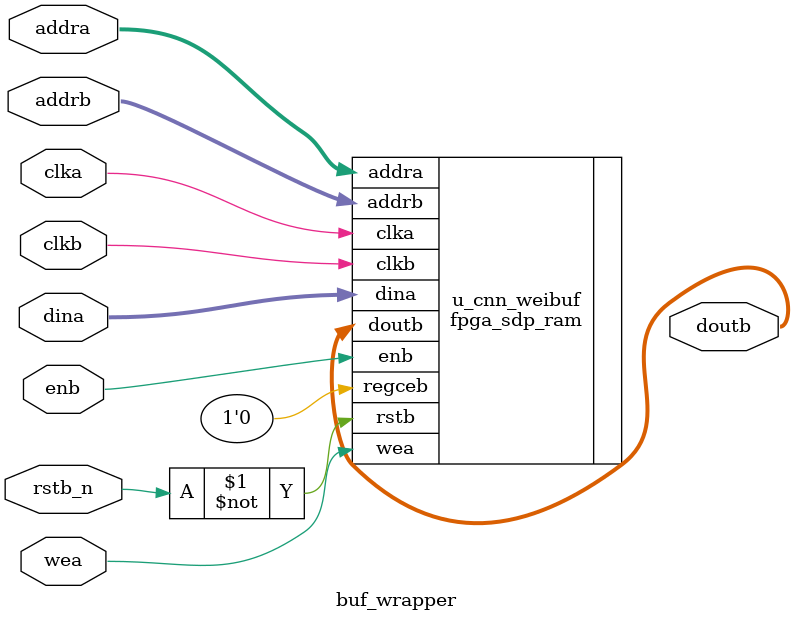
<source format=sv>
module buf_wrapper (
  input   wire           clka,
  input   wire           wea,
  input   wire  [9:0]    addra,
  input   wire  [63:0]   dina,
  `ifdef ASIC
  input   wire           pd,   //Active-high Power Down
  `endif

  input   wire           clkb,
  input   wire           rstb_n,
  input   wire           enb,
  input   wire  [9:0]    addrb,
  output  wire  [63:0]   doutb
);

`ifdef ASIC
// ASIC memory instantiation by Memory compiler
TS6N40LPA1024X64M2S u_2prf_1024x64(
            // write port
            .AA     (addra          ),//Address write bus
            .D      (dina           ),//Date input bus
            .BWEB   ({64{1'b0}}     ),//BW data input bus
            .WEB    (~wea           ),//Active-low Write enable
            .CLKW   (clka           ),//Clock A
            // read port
            .AB     (addrb          ),//Address read bus
            .REB    (~enb           ),//Active-low Read enable
            .CLKR   (clkb           ),//Clock B
            .PD     (pd             ),//Active-high Power Down
            .Q      (doutb          ) //Data output bus
            );
`else
// FPGA block memory
fpga_sdp_ram #(
  .RAM_WIDTH(64),                      // Specify RAM data width
  .RAM_DEPTH(1024),                    // Specify RAM depth (number of entries)
  .RAM_PERFORMANCE("LOW_LATENCY"),      // Select "HIGH_PERFORMANCE" or "LOW_LATENCY" 
  .INIT_FILE("")                        // Specify name/location of RAM initialization file if using one (leave blank if not)
) u_cnn_weibuf(
  .addra(addra),                        // Write address bus, width determined from RAM_DEPTH
  .addrb(addrb),                        // Read address bus, width determined from RAM_DEPTH
  .dina(dina),                          // RAM input data
  .clka(clka),                          // Write clock
  .clkb(clkb),                          // Read clock
  .wea(wea),                            // Write enable
  .enb(enb),                            // Read Enable, for additional power savings, disable when not in use
  .rstb(~rstb_n),                       // Output reset (does not affect memory contents)
  .regceb(1'b0),                        // Output register enable
  .doutb(doutb)                         // RAM output data
);                                         

`endif

endmodule

</source>
